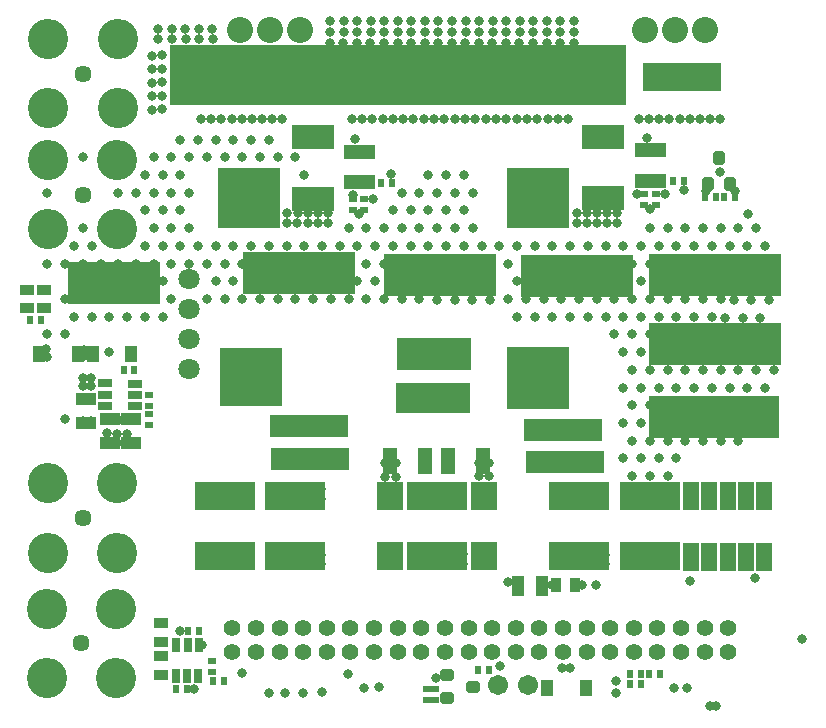
<source format=gbs>
G04*
G04 #@! TF.GenerationSoftware,Altium Limited,Altium Designer,22.5.1 (42)*
G04*
G04 Layer_Color=16711935*
%FSLAX25Y25*%
%MOIN*%
G70*
G04*
G04 #@! TF.SameCoordinates,4CCF3D7E-3C4F-46BB-889F-021E08990E68*
G04*
G04*
G04 #@! TF.FilePolarity,Negative*
G04*
G01*
G75*
%ADD21R,0.02375X0.03162*%
%ADD22R,0.03556X0.04737*%
%ADD23R,0.20485X0.09461*%
%ADD24R,0.08674X0.09461*%
%ADD25R,0.05524X0.09461*%
%ADD26C,0.06706*%
%ADD27C,0.08674*%
%ADD28C,0.05524*%
%ADD29C,0.05721*%
%ADD30C,0.13398*%
%ADD31C,0.07099*%
%ADD32C,0.03162*%
%ADD75R,0.25886X0.09744*%
%ADD76R,0.25886X0.07284*%
%ADD77R,0.24803X0.10532*%
%ADD78R,0.24803X0.10138*%
%ADD79R,0.30610X0.14370*%
%ADD80R,0.43799X0.14370*%
%ADD81R,0.43898X0.14370*%
%ADD82R,0.43996X0.14370*%
%ADD83R,0.37500X0.14370*%
%ADD84R,0.20768X0.20866*%
%ADD85R,0.20866X0.20079*%
%ADD86R,0.20571X0.20079*%
%ADD87R,0.20669X0.19784*%
%ADD88R,1.51870X0.19980*%
%ADD89R,0.03162X0.02375*%
%ADD90R,0.03162X0.05131*%
%ADD91R,0.04737X0.03556*%
%ADD92R,0.04383X0.05603*%
G04:AMPARAMS|DCode=93|XSize=39.5mil|YSize=43.43mil|CornerRadius=6.84mil|HoleSize=0mil|Usage=FLASHONLY|Rotation=270.000|XOffset=0mil|YOffset=0mil|HoleType=Round|Shape=RoundedRectangle|*
%AMROUNDEDRECTD93*
21,1,0.03950,0.02976,0,0,270.0*
21,1,0.02583,0.04343,0,0,270.0*
1,1,0.01367,-0.01488,-0.01291*
1,1,0.01367,-0.01488,0.01291*
1,1,0.01367,0.01488,0.01291*
1,1,0.01367,0.01488,-0.01291*
%
%ADD93ROUNDEDRECTD93*%
%ADD94R,0.03950X0.06706*%
%ADD95R,0.04737X0.08674*%
%ADD96R,0.14186X0.07887*%
G04:AMPARAMS|DCode=97|XSize=39.5mil|YSize=43.43mil|CornerRadius=6.84mil|HoleSize=0mil|Usage=FLASHONLY|Rotation=0.000|XOffset=0mil|YOffset=0mil|HoleType=Round|Shape=RoundedRectangle|*
%AMROUNDEDRECTD97*
21,1,0.03950,0.02976,0,0,0.0*
21,1,0.02583,0.04343,0,0,0.0*
1,1,0.01367,0.01291,-0.01488*
1,1,0.01367,-0.01291,-0.01488*
1,1,0.01367,-0.01291,0.01488*
1,1,0.01367,0.01291,0.01488*
%
%ADD97ROUNDEDRECTD97*%
%ADD98R,0.02572X0.04934*%
%ADD99R,0.06706X0.03950*%
%ADD100R,0.05131X0.03162*%
D21*
X158563Y283366D02*
D03*
X155020Y283366D02*
D03*
X170965Y286221D02*
D03*
X167421D02*
D03*
X162650Y302682D02*
D03*
X159107D02*
D03*
X316240Y288386D02*
D03*
X312697D02*
D03*
X310039Y285039D02*
D03*
X306496D02*
D03*
X255709Y289862D02*
D03*
X259252D02*
D03*
X331496Y447342D02*
D03*
X335039D02*
D03*
X341339D02*
D03*
X337795Y447342D02*
D03*
X223425Y452067D02*
D03*
X226969D02*
D03*
X306496Y288287D02*
D03*
X310039D02*
D03*
X324410Y452854D02*
D03*
X320866D02*
D03*
X141142Y389764D02*
D03*
X137598D02*
D03*
X106398Y406496D02*
D03*
X109941D02*
D03*
D22*
X287894Y317913D02*
D03*
X281594D02*
D03*
D23*
X242126Y347638D02*
D03*
X194882D02*
D03*
X171260D02*
D03*
X289370D02*
D03*
X312992D02*
D03*
X242126Y327559D02*
D03*
X194882D02*
D03*
X171260D02*
D03*
X289370D02*
D03*
X312991D02*
D03*
D24*
X226378Y347638D02*
D03*
X257874D02*
D03*
X226378Y327559D02*
D03*
X257874D02*
D03*
D25*
X351181Y327440D02*
D03*
X326772D02*
D03*
X332874D02*
D03*
X338976D02*
D03*
X345079D02*
D03*
X351181Y347638D02*
D03*
X338976D02*
D03*
X332874D02*
D03*
X326772D02*
D03*
X345079D02*
D03*
D26*
X272402Y284843D02*
D03*
X262402D02*
D03*
D27*
X176260Y502953D02*
D03*
X186260D02*
D03*
X196260D02*
D03*
X311240D02*
D03*
X321240D02*
D03*
X331240D02*
D03*
D28*
X339173Y303740D02*
D03*
Y295866D02*
D03*
X331299Y303740D02*
D03*
Y295866D02*
D03*
X323425Y303740D02*
D03*
Y295866D02*
D03*
X315551Y303740D02*
D03*
Y295866D02*
D03*
X307677Y303740D02*
D03*
X307677Y295866D02*
D03*
X299803Y303740D02*
D03*
Y295866D02*
D03*
X291929Y303740D02*
D03*
Y295866D02*
D03*
X284055Y303740D02*
D03*
X284055Y295866D02*
D03*
X276181Y303740D02*
D03*
Y295866D02*
D03*
X268307Y303740D02*
D03*
Y295866D02*
D03*
X260433Y303740D02*
D03*
Y295866D02*
D03*
X252559Y303740D02*
D03*
X252559Y295866D02*
D03*
X244685Y303740D02*
D03*
Y295866D02*
D03*
X236811Y303740D02*
D03*
X236811Y295866D02*
D03*
X228937Y303740D02*
D03*
Y295866D02*
D03*
X221063Y303740D02*
D03*
Y295866D02*
D03*
X213189Y303740D02*
D03*
X213189Y295866D02*
D03*
X205315Y303740D02*
D03*
Y295866D02*
D03*
X197441Y303740D02*
D03*
Y295866D02*
D03*
X189567Y303740D02*
D03*
X189567Y295866D02*
D03*
X181693Y303740D02*
D03*
Y295866D02*
D03*
X173819Y303740D02*
D03*
X173819Y295866D02*
D03*
D29*
X124075Y488524D02*
D03*
X123524Y298622D02*
D03*
X123917Y340354D02*
D03*
X123917Y448130D02*
D03*
D30*
X112520Y500079D02*
D03*
X135630D02*
D03*
Y476968D02*
D03*
X112520D02*
D03*
X111969Y287067D02*
D03*
X135079D02*
D03*
Y310177D02*
D03*
X111969D02*
D03*
X112362Y351909D02*
D03*
X135473D02*
D03*
Y328799D02*
D03*
X112362D02*
D03*
X112362Y459685D02*
D03*
X135473D02*
D03*
Y436575D02*
D03*
X112362D02*
D03*
D31*
X159449Y390079D02*
D03*
Y400079D02*
D03*
Y410079D02*
D03*
Y420079D02*
D03*
D32*
X332776Y325394D02*
D03*
X332874Y328937D02*
D03*
X345079Y349803D02*
D03*
X351181Y329035D02*
D03*
X345079Y328839D02*
D03*
X338976Y328740D02*
D03*
X338976Y325446D02*
D03*
X337992Y406988D02*
D03*
X343898D02*
D03*
X340945Y412894D02*
D03*
X349803Y406988D02*
D03*
X346850Y412894D02*
D03*
X352756D02*
D03*
X338878Y418898D02*
D03*
X344783D02*
D03*
X341831Y424803D02*
D03*
X350689Y418898D02*
D03*
X347736Y424803D02*
D03*
X353642D02*
D03*
X242028Y413189D02*
D03*
X247933D02*
D03*
X253839D02*
D03*
X259744D02*
D03*
X246063Y419390D02*
D03*
X243110Y425295D02*
D03*
X251969Y419390D02*
D03*
X249016Y425295D02*
D03*
X257874Y419390D02*
D03*
X254921Y425295D02*
D03*
X354331Y401575D02*
D03*
Y389764D02*
D03*
Y377953D02*
D03*
X348425Y437008D02*
D03*
X351378Y431102D02*
D03*
X348425Y401575D02*
D03*
X351378Y395669D02*
D03*
X348425Y389764D02*
D03*
X351378Y383858D02*
D03*
X348425Y377953D02*
D03*
X351378Y372047D02*
D03*
X342520Y437008D02*
D03*
X345472Y431102D02*
D03*
X342520Y401575D02*
D03*
X345472Y395669D02*
D03*
X342520Y389764D02*
D03*
X345472Y383858D02*
D03*
X342520Y377953D02*
D03*
X345472Y372047D02*
D03*
X342520Y366142D02*
D03*
X336614Y437008D02*
D03*
X339567Y431102D02*
D03*
X336614Y425197D02*
D03*
Y413386D02*
D03*
Y401575D02*
D03*
X339567Y395669D02*
D03*
X336614Y389764D02*
D03*
X339567Y383858D02*
D03*
X336614Y377953D02*
D03*
X339567Y372047D02*
D03*
X336614Y366142D02*
D03*
X330709Y437008D02*
D03*
X333661Y431102D02*
D03*
X330709Y425197D02*
D03*
X333661Y419291D02*
D03*
X330709Y413386D02*
D03*
X333661Y407480D02*
D03*
X330709Y401575D02*
D03*
X333661Y395669D02*
D03*
X330709Y389764D02*
D03*
X333661Y383858D02*
D03*
X330709Y377953D02*
D03*
X333661Y372047D02*
D03*
X330709Y366142D02*
D03*
X324803Y437008D02*
D03*
X327756Y431102D02*
D03*
X324803Y425197D02*
D03*
X327756Y419291D02*
D03*
X324803Y413386D02*
D03*
X327756Y407480D02*
D03*
X324803Y401575D02*
D03*
X327756Y395669D02*
D03*
X324803Y389764D02*
D03*
X327756Y383858D02*
D03*
X324803Y377953D02*
D03*
X327756Y372047D02*
D03*
X324803Y366142D02*
D03*
X318898Y437008D02*
D03*
X321850Y431102D02*
D03*
X318898Y425197D02*
D03*
X321850Y419291D02*
D03*
X318898Y413386D02*
D03*
X321850Y407480D02*
D03*
X318898Y401575D02*
D03*
X321850Y395669D02*
D03*
X318898Y389764D02*
D03*
X321850Y383858D02*
D03*
X318898Y377953D02*
D03*
X321850Y372047D02*
D03*
X318898Y366142D02*
D03*
X321850Y360236D02*
D03*
X318898Y354331D02*
D03*
X312992Y437008D02*
D03*
X315945Y431102D02*
D03*
X312992Y425197D02*
D03*
X315945Y419291D02*
D03*
X312992Y413386D02*
D03*
X315945Y407480D02*
D03*
X312992Y401575D02*
D03*
X315945Y395669D02*
D03*
X312992Y389764D02*
D03*
X315945Y383858D02*
D03*
X312992Y377953D02*
D03*
X315945Y372047D02*
D03*
X312992Y366142D02*
D03*
X315945Y360236D02*
D03*
X312992Y354331D02*
D03*
X310039Y431102D02*
D03*
X307086Y425197D02*
D03*
X310039Y419291D02*
D03*
X307086Y413386D02*
D03*
X310039Y407480D02*
D03*
X307086Y401575D02*
D03*
X310039Y395669D02*
D03*
X307086Y389764D02*
D03*
X310039Y383858D02*
D03*
X307086Y377953D02*
D03*
X310039Y372047D02*
D03*
X307086Y366142D02*
D03*
X310039Y360236D02*
D03*
X307086Y354331D02*
D03*
X304134Y431102D02*
D03*
X301181Y425197D02*
D03*
X304134Y419291D02*
D03*
X301181Y413386D02*
D03*
X304134Y407480D02*
D03*
X301181Y401575D02*
D03*
X304134Y395669D02*
D03*
Y383858D02*
D03*
Y372047D02*
D03*
Y360236D02*
D03*
X298228Y431102D02*
D03*
X295275Y425197D02*
D03*
X298228Y419291D02*
D03*
X295275Y413386D02*
D03*
X298228Y407480D02*
D03*
X292323Y431102D02*
D03*
X289370Y425197D02*
D03*
X292323Y419291D02*
D03*
X289370Y413386D02*
D03*
X292323Y407480D02*
D03*
X286417Y431102D02*
D03*
X283465Y425197D02*
D03*
X286417Y419291D02*
D03*
X283465Y413386D02*
D03*
X286417Y407480D02*
D03*
X280512Y431102D02*
D03*
X277559Y425197D02*
D03*
X280512Y419291D02*
D03*
X277559Y413386D02*
D03*
X280512Y407480D02*
D03*
X274606Y431102D02*
D03*
X271654Y425197D02*
D03*
X274606Y419291D02*
D03*
X271654Y413386D02*
D03*
X274606Y407480D02*
D03*
X268701Y431102D02*
D03*
X265748Y425197D02*
D03*
X268701Y419291D02*
D03*
X265748Y413386D02*
D03*
X268701Y407480D02*
D03*
X262795Y431102D02*
D03*
X253937Y448819D02*
D03*
Y437008D02*
D03*
X256890Y431102D02*
D03*
X250984Y454724D02*
D03*
X248031Y448819D02*
D03*
X250984Y442913D02*
D03*
X248031Y437008D02*
D03*
X250984Y431102D02*
D03*
X245079Y454724D02*
D03*
X242126Y448819D02*
D03*
X245079Y442913D02*
D03*
X242126Y437008D02*
D03*
X245079Y431102D02*
D03*
X239173Y454724D02*
D03*
X236220Y448819D02*
D03*
X239173Y442913D02*
D03*
X236220Y437008D02*
D03*
X239173Y431102D02*
D03*
X236220Y425197D02*
D03*
X239173Y419291D02*
D03*
X236220Y413386D02*
D03*
X230315Y448819D02*
D03*
X233268Y442913D02*
D03*
X230315Y437008D02*
D03*
X233268Y431102D02*
D03*
X230315Y425197D02*
D03*
X233268Y419291D02*
D03*
X230315Y413386D02*
D03*
X227362Y442913D02*
D03*
X224409Y437008D02*
D03*
X227362Y431102D02*
D03*
X224409Y425197D02*
D03*
X227362Y419291D02*
D03*
X224409Y413386D02*
D03*
X218504Y437008D02*
D03*
X221457Y431102D02*
D03*
X218504Y425197D02*
D03*
X221457Y419291D02*
D03*
X218504Y413386D02*
D03*
X212598Y437008D02*
D03*
X215551Y431102D02*
D03*
X212598Y425197D02*
D03*
X215551Y419291D02*
D03*
X212598Y413386D02*
D03*
X209646Y431102D02*
D03*
X206693Y425197D02*
D03*
X209646Y419291D02*
D03*
X206693Y413386D02*
D03*
X203740Y431102D02*
D03*
X200787Y425197D02*
D03*
X203740Y419291D02*
D03*
X200787Y413386D02*
D03*
X194882Y460630D02*
D03*
X197835Y454724D02*
D03*
Y431102D02*
D03*
X194882Y425197D02*
D03*
X197835Y419291D02*
D03*
X194882Y413386D02*
D03*
X188976Y460630D02*
D03*
X191929Y431102D02*
D03*
X188976Y425197D02*
D03*
X191929Y419291D02*
D03*
X188976Y413386D02*
D03*
X186024Y466535D02*
D03*
X183071Y460630D02*
D03*
X186024Y431102D02*
D03*
X183071Y425197D02*
D03*
X186024Y419291D02*
D03*
X183071Y413386D02*
D03*
X180118Y466535D02*
D03*
X177165Y460630D02*
D03*
X180118Y431102D02*
D03*
X177165Y425197D02*
D03*
X180118Y419291D02*
D03*
X177165Y413386D02*
D03*
X174213Y466535D02*
D03*
X171260Y460630D02*
D03*
X174213Y431102D02*
D03*
X171260Y425197D02*
D03*
X174213Y419291D02*
D03*
X171260Y413386D02*
D03*
X168307Y466535D02*
D03*
X165354Y460630D02*
D03*
X168307Y431102D02*
D03*
X165354Y425197D02*
D03*
X168307Y419291D02*
D03*
X165354Y413386D02*
D03*
X162401Y466535D02*
D03*
X159449Y460630D02*
D03*
Y448819D02*
D03*
Y437008D02*
D03*
X162401Y431102D02*
D03*
X159449Y425197D02*
D03*
X156496Y466535D02*
D03*
X153543Y460630D02*
D03*
X156496Y454724D02*
D03*
X153543Y448819D02*
D03*
X156496Y442913D02*
D03*
X153543Y437008D02*
D03*
X156496Y431102D02*
D03*
X153543Y425197D02*
D03*
Y413386D02*
D03*
X147638Y460630D02*
D03*
X150591Y454724D02*
D03*
X147638Y448819D02*
D03*
X150591Y442913D02*
D03*
X147638Y437008D02*
D03*
X150591Y431102D02*
D03*
X147638Y425197D02*
D03*
X150591Y419291D02*
D03*
X147638Y413386D02*
D03*
X150591Y407480D02*
D03*
X144685Y454724D02*
D03*
X141732Y448819D02*
D03*
X144685Y442913D02*
D03*
Y431102D02*
D03*
X141732Y425197D02*
D03*
X144685Y419291D02*
D03*
X141732Y413386D02*
D03*
X144685Y407480D02*
D03*
X135827Y448819D02*
D03*
Y425197D02*
D03*
X138779Y419291D02*
D03*
X135827Y413386D02*
D03*
X138779Y407480D02*
D03*
X129921Y425197D02*
D03*
X132874Y419291D02*
D03*
X129921Y413386D02*
D03*
X132874Y407480D02*
D03*
Y395669D02*
D03*
X124016Y460630D02*
D03*
Y437008D02*
D03*
X126969Y431102D02*
D03*
X124016Y425197D02*
D03*
X126969Y419291D02*
D03*
X124016Y413386D02*
D03*
X126969Y407480D02*
D03*
X121063Y431102D02*
D03*
X118110Y425197D02*
D03*
X121063Y419291D02*
D03*
X118110Y413386D02*
D03*
X121063Y407480D02*
D03*
X118110Y401575D02*
D03*
X112205Y448819D02*
D03*
Y425197D02*
D03*
Y401575D02*
D03*
X202440Y483957D02*
D03*
X202342Y487303D02*
D03*
X348031Y320276D02*
D03*
X326279Y319488D02*
D03*
X325295Y283563D02*
D03*
X363583Y300098D02*
D03*
X320965Y283661D02*
D03*
X301772Y281890D02*
D03*
X217717Y283760D02*
D03*
X203740Y282283D02*
D03*
X197244Y282087D02*
D03*
X191339D02*
D03*
X186122Y282185D02*
D03*
X259449Y358772D02*
D03*
Y354256D02*
D03*
X255906Y358772D02*
D03*
Y354256D02*
D03*
X228248Y358673D02*
D03*
Y354158D02*
D03*
X224705Y358673D02*
D03*
Y354158D02*
D03*
X274016Y491142D02*
D03*
X278531D02*
D03*
X283047D02*
D03*
X287563D02*
D03*
X287464Y494488D02*
D03*
X282949D02*
D03*
X278433D02*
D03*
X273917D02*
D03*
X274114Y487402D02*
D03*
X278630D02*
D03*
X283145D02*
D03*
X287661D02*
D03*
X287760Y484055D02*
D03*
X283244D02*
D03*
X278728D02*
D03*
X274213D02*
D03*
X157283Y483957D02*
D03*
X161799D02*
D03*
X166315D02*
D03*
X170831D02*
D03*
X175346D02*
D03*
X179862D02*
D03*
X184378D02*
D03*
X188893D02*
D03*
X193409D02*
D03*
X197925D02*
D03*
X206956D02*
D03*
X211472D02*
D03*
X220503D02*
D03*
X229534D02*
D03*
X215987D02*
D03*
X234050D02*
D03*
X225019D02*
D03*
X238566D02*
D03*
X243081D02*
D03*
X247597D02*
D03*
X252113D02*
D03*
X256628D02*
D03*
X261144D02*
D03*
X265660D02*
D03*
X270176D02*
D03*
X270077Y487303D02*
D03*
X265561D02*
D03*
X261046D02*
D03*
X256530D02*
D03*
X252014D02*
D03*
X247499D02*
D03*
X242983D02*
D03*
X238467D02*
D03*
X224920D02*
D03*
X233952D02*
D03*
X215889D02*
D03*
X229436D02*
D03*
X220405D02*
D03*
X211373D02*
D03*
X206857D02*
D03*
X197826D02*
D03*
X193310D02*
D03*
X188795D02*
D03*
X184279D02*
D03*
X179763D02*
D03*
X175248D02*
D03*
X170732D02*
D03*
X166216D02*
D03*
X161701D02*
D03*
X157185D02*
D03*
X150394Y476575D02*
D03*
Y481090D02*
D03*
Y485606D02*
D03*
Y490122D02*
D03*
Y494637D02*
D03*
X147047Y494539D02*
D03*
Y490023D02*
D03*
X147047Y485508D02*
D03*
X147047Y480992D02*
D03*
Y476476D02*
D03*
X149213Y500197D02*
D03*
X153728D02*
D03*
X158244D02*
D03*
X162760D02*
D03*
X167275D02*
D03*
X167177Y503543D02*
D03*
X162661D02*
D03*
X158145D02*
D03*
X153630D02*
D03*
X149114D02*
D03*
X206415Y505905D02*
D03*
X210930D02*
D03*
X215446D02*
D03*
X219962D02*
D03*
X224477D02*
D03*
X228993D02*
D03*
X233509D02*
D03*
X238024D02*
D03*
X242540D02*
D03*
X247056D02*
D03*
X251571D02*
D03*
X256087D02*
D03*
X260603D02*
D03*
X269634D02*
D03*
X278665D02*
D03*
X265119D02*
D03*
X283181D02*
D03*
X274150D02*
D03*
X287697D02*
D03*
X206415Y502362D02*
D03*
X210930D02*
D03*
X215446D02*
D03*
X219962D02*
D03*
X224477D02*
D03*
X228993D02*
D03*
X233509D02*
D03*
X238024D02*
D03*
X242540D02*
D03*
X247056D02*
D03*
X251571D02*
D03*
X256087D02*
D03*
X260603D02*
D03*
X269634D02*
D03*
X278665D02*
D03*
X265118D02*
D03*
X283181D02*
D03*
X274150D02*
D03*
X287697D02*
D03*
X206316Y498721D02*
D03*
X210832D02*
D03*
X215348D02*
D03*
X219863D02*
D03*
X224379D02*
D03*
X228895D02*
D03*
X233410D02*
D03*
X237926D02*
D03*
X242442D02*
D03*
X246957D02*
D03*
X251473D02*
D03*
X255989D02*
D03*
X260504D02*
D03*
X269536D02*
D03*
X278567D02*
D03*
X265020D02*
D03*
X283083D02*
D03*
X274051D02*
D03*
X287598D02*
D03*
X156988Y494390D02*
D03*
X161504D02*
D03*
X166019D02*
D03*
X170535D02*
D03*
X175051D02*
D03*
X179567D02*
D03*
X184082D02*
D03*
X188598D02*
D03*
X193114D02*
D03*
X197629D02*
D03*
X202145D02*
D03*
X206661D02*
D03*
X211176D02*
D03*
X220208D02*
D03*
X229239D02*
D03*
X215692D02*
D03*
X233755D02*
D03*
X224723D02*
D03*
X238270D02*
D03*
X242786D02*
D03*
X247302D02*
D03*
X251817D02*
D03*
X256333D02*
D03*
X260849D02*
D03*
X265365D02*
D03*
X269880D02*
D03*
X269979Y491043D02*
D03*
X265463D02*
D03*
X260947D02*
D03*
X256432D02*
D03*
X251916D02*
D03*
X247400D02*
D03*
X242884D02*
D03*
X238369D02*
D03*
X224822D02*
D03*
X233853D02*
D03*
X215791D02*
D03*
X229338D02*
D03*
X220306D02*
D03*
X211275D02*
D03*
X206759D02*
D03*
X202243D02*
D03*
X197728D02*
D03*
X193212D02*
D03*
X188696D02*
D03*
X184181D02*
D03*
X179665D02*
D03*
X175149D02*
D03*
X170634D02*
D03*
X166118D02*
D03*
X161602D02*
D03*
X157087D02*
D03*
X222835Y284055D02*
D03*
X332893Y277756D02*
D03*
X263090Y291142D02*
D03*
X161221Y283268D02*
D03*
X163831Y298056D02*
D03*
X176969Y288681D02*
D03*
X294980Y318110D02*
D03*
X290354D02*
D03*
X280512D02*
D03*
X265748Y318996D02*
D03*
X132185Y368602D02*
D03*
X241634Y287205D02*
D03*
X283858Y290453D02*
D03*
X212500Y288484D02*
D03*
X301673Y286221D02*
D03*
X351181Y325113D02*
D03*
X326772Y349757D02*
D03*
X326772Y346752D02*
D03*
X333169Y349954D02*
D03*
X333169Y346949D02*
D03*
X339075Y349954D02*
D03*
X339075Y346949D02*
D03*
X345177Y346752D02*
D03*
X351181Y349856D02*
D03*
X351181Y346850D02*
D03*
X326772Y328202D02*
D03*
X326772Y325197D02*
D03*
X345079Y325098D02*
D03*
X205709Y442126D02*
D03*
X298764Y442028D02*
D03*
X291961D02*
D03*
X295362D02*
D03*
X288559D02*
D03*
X302165D02*
D03*
X198961Y442126D02*
D03*
X192158D02*
D03*
X195559D02*
D03*
X202362D02*
D03*
X286417Y290453D02*
D03*
X118209Y373524D02*
D03*
X312992Y443504D02*
D03*
X215945Y441732D02*
D03*
X124508Y394291D02*
D03*
X345748Y441851D02*
D03*
X335138Y277756D02*
D03*
X274091Y392173D02*
D03*
X267251D02*
D03*
X280931Y382394D02*
D03*
X274091Y385653D02*
D03*
X277511Y379134D02*
D03*
X267251Y388913D02*
D03*
X270671Y395433D02*
D03*
X280931Y392173D02*
D03*
X270671D02*
D03*
X280931Y385653D02*
D03*
X277511Y388913D02*
D03*
X280931Y395433D02*
D03*
X267251D02*
D03*
X277511Y382394D02*
D03*
X270671Y385653D02*
D03*
X284350Y388913D02*
D03*
X277511Y385653D02*
D03*
Y392173D02*
D03*
X280931Y379134D02*
D03*
X270671D02*
D03*
X267251D02*
D03*
X284350Y395433D02*
D03*
X274091D02*
D03*
Y388913D02*
D03*
Y382394D02*
D03*
X284350D02*
D03*
Y379134D02*
D03*
Y385653D02*
D03*
X270671Y388913D02*
D03*
X280931D02*
D03*
X284350Y392173D02*
D03*
X270671Y382394D02*
D03*
X267251D02*
D03*
X274091Y379134D02*
D03*
X267251Y385653D02*
D03*
X277511Y395433D02*
D03*
X178323Y392272D02*
D03*
X171484D02*
D03*
X185163Y382492D02*
D03*
X178323Y385752D02*
D03*
X181743Y379232D02*
D03*
X171484Y389012D02*
D03*
X174903Y395531D02*
D03*
X185163Y392272D02*
D03*
X174903D02*
D03*
X185163Y385752D02*
D03*
X181743Y389012D02*
D03*
X185163Y395531D02*
D03*
X171484D02*
D03*
X181743Y382492D02*
D03*
X174903Y385752D02*
D03*
X188583Y389012D02*
D03*
X181743Y385752D02*
D03*
Y392272D02*
D03*
X185163Y379232D02*
D03*
X174903D02*
D03*
X171484D02*
D03*
X188583Y395531D02*
D03*
X178323D02*
D03*
Y389012D02*
D03*
Y382492D02*
D03*
X188583D02*
D03*
Y379232D02*
D03*
Y385752D02*
D03*
X174903Y389012D02*
D03*
X185163D02*
D03*
X188583Y392272D02*
D03*
X174903Y382492D02*
D03*
X171484D02*
D03*
X178323Y379232D02*
D03*
X171484Y385752D02*
D03*
X181743Y395531D02*
D03*
X318110Y448228D02*
D03*
X226870Y455020D02*
D03*
X324410Y449606D02*
D03*
X214075Y448221D02*
D03*
X336319Y455807D02*
D03*
X341240Y449409D02*
D03*
X311910Y467028D02*
D03*
X214764Y466634D02*
D03*
X220768Y446654D02*
D03*
X308760Y448228D02*
D03*
X331693Y449409D02*
D03*
X111909Y394193D02*
D03*
X124508Y396358D02*
D03*
X138976Y373130D02*
D03*
X135630D02*
D03*
X132283Y373228D02*
D03*
X126772Y372835D02*
D03*
X124114D02*
D03*
X132087Y365551D02*
D03*
X135335D02*
D03*
X138583D02*
D03*
X138681Y368504D02*
D03*
X135433D02*
D03*
X126575Y384449D02*
D03*
X126673Y387205D02*
D03*
X124016Y384449D02*
D03*
Y387106D02*
D03*
X111811Y396850D02*
D03*
X312742Y473524D02*
D03*
X326309D02*
D03*
X322917D02*
D03*
X309350D02*
D03*
X316134D02*
D03*
X336484D02*
D03*
X329700D02*
D03*
X333092D02*
D03*
X319526D02*
D03*
X278891D02*
D03*
X275454D02*
D03*
X282328D02*
D03*
X285766D02*
D03*
X247955D02*
D03*
X261705D02*
D03*
X258267D02*
D03*
X244518D02*
D03*
X251393D02*
D03*
X272016D02*
D03*
X265142D02*
D03*
X268579D02*
D03*
X254830D02*
D03*
X217020D02*
D03*
X230769D02*
D03*
X227332D02*
D03*
X213583D02*
D03*
X220457D02*
D03*
X241081D02*
D03*
X234206D02*
D03*
X237644D02*
D03*
X223895D02*
D03*
X173561D02*
D03*
X187128D02*
D03*
X183736D02*
D03*
X190519D02*
D03*
X170169D02*
D03*
X163386D02*
D03*
X176953D02*
D03*
X180344D02*
D03*
X166778D02*
D03*
X273992Y451819D02*
D03*
X267153D02*
D03*
X280832Y442039D02*
D03*
X273992Y445299D02*
D03*
X277412Y438779D02*
D03*
X267153Y448559D02*
D03*
X270573Y455079D02*
D03*
X280832Y451819D02*
D03*
X270573D02*
D03*
X280832Y445299D02*
D03*
X277412Y448559D02*
D03*
X280832Y455079D02*
D03*
X267153D02*
D03*
X277412Y442039D02*
D03*
X270573Y445299D02*
D03*
X284252Y448559D02*
D03*
X277412Y445299D02*
D03*
Y451819D02*
D03*
X280832Y438779D02*
D03*
X270573D02*
D03*
X267153D02*
D03*
X284252Y455079D02*
D03*
X273992D02*
D03*
Y448559D02*
D03*
Y442039D02*
D03*
X284252D02*
D03*
Y438779D02*
D03*
Y445299D02*
D03*
X270573Y448559D02*
D03*
X280832D02*
D03*
X284252Y451819D02*
D03*
X270573Y442039D02*
D03*
X267153D02*
D03*
X273992Y438779D02*
D03*
X267153Y445299D02*
D03*
X277412Y455079D02*
D03*
X298764Y438791D02*
D03*
X288559D02*
D03*
X291961D02*
D03*
X295362D02*
D03*
X302165D02*
D03*
X205709Y438693D02*
D03*
X198906D02*
D03*
X195504D02*
D03*
X192103D02*
D03*
X202307D02*
D03*
X180956Y454980D02*
D03*
X170696Y445201D02*
D03*
X177536Y438681D02*
D03*
X170696Y441941D02*
D03*
X174116D02*
D03*
X187795Y451720D02*
D03*
X184376Y448461D02*
D03*
X174116D02*
D03*
X187795Y445201D02*
D03*
Y438681D02*
D03*
Y441941D02*
D03*
X177536D02*
D03*
Y448461D02*
D03*
Y454980D02*
D03*
X187795D02*
D03*
X170696Y438681D02*
D03*
X174116D02*
D03*
X184376D02*
D03*
X180956Y451720D02*
D03*
Y445201D02*
D03*
X187795Y448461D02*
D03*
X174116Y445201D02*
D03*
X180956Y441941D02*
D03*
X170696Y454980D02*
D03*
X184376D02*
D03*
X180956Y448461D02*
D03*
X184376Y445201D02*
D03*
X174116Y451720D02*
D03*
X184376D02*
D03*
X174116Y454980D02*
D03*
X170696Y448461D02*
D03*
X180956Y438681D02*
D03*
X177536Y445201D02*
D03*
X184376Y441941D02*
D03*
X170696Y451720D02*
D03*
X177536D02*
D03*
X156496Y302658D02*
D03*
X304724Y325295D02*
D03*
X307529D02*
D03*
X318750Y328346D02*
D03*
Y325295D02*
D03*
X313140D02*
D03*
X315945Y328346D02*
D03*
X304724D02*
D03*
X321555D02*
D03*
Y325295D02*
D03*
X315945D02*
D03*
X307529Y328346D02*
D03*
X313140D02*
D03*
X310335D02*
D03*
Y325295D02*
D03*
X304626Y346850D02*
D03*
X307431D02*
D03*
X318652Y349902D02*
D03*
Y346850D02*
D03*
X313041D02*
D03*
X315846Y349902D02*
D03*
X304626D02*
D03*
X321457D02*
D03*
Y346850D02*
D03*
X315846D02*
D03*
X307431Y349902D02*
D03*
X313041D02*
D03*
X310236D02*
D03*
Y346850D02*
D03*
X281004Y346752D02*
D03*
X283809D02*
D03*
X295029Y349803D02*
D03*
Y346752D02*
D03*
X289419D02*
D03*
X292224Y349803D02*
D03*
X281004D02*
D03*
X297835D02*
D03*
Y346752D02*
D03*
X292224D02*
D03*
X283809Y349803D02*
D03*
X289419D02*
D03*
X286614D02*
D03*
Y346752D02*
D03*
X281102Y325098D02*
D03*
X283908D02*
D03*
X295128Y328150D02*
D03*
Y325098D02*
D03*
X289518D02*
D03*
X292323Y328150D02*
D03*
X281102D02*
D03*
X297933D02*
D03*
Y325098D02*
D03*
X292323D02*
D03*
X283908Y328150D02*
D03*
X289518D02*
D03*
X286713D02*
D03*
Y325098D02*
D03*
X186516D02*
D03*
X189321D02*
D03*
X200541Y328150D02*
D03*
Y325098D02*
D03*
X194931D02*
D03*
X197736Y328150D02*
D03*
X186516D02*
D03*
X203346D02*
D03*
Y325098D02*
D03*
X197736D02*
D03*
X189321Y328150D02*
D03*
X194931D02*
D03*
X192126D02*
D03*
Y325098D02*
D03*
X162894Y325295D02*
D03*
X165699D02*
D03*
X176919Y328346D02*
D03*
Y325295D02*
D03*
X171309D02*
D03*
X174114Y328346D02*
D03*
X162894D02*
D03*
X179724D02*
D03*
Y325295D02*
D03*
X174114D02*
D03*
X165699Y328346D02*
D03*
X171309D02*
D03*
X168504D02*
D03*
Y325295D02*
D03*
X162894Y346850D02*
D03*
X165699D02*
D03*
X176919Y349902D02*
D03*
Y346850D02*
D03*
X171309D02*
D03*
X174114Y349902D02*
D03*
X162894D02*
D03*
X179724D02*
D03*
Y346850D02*
D03*
X174114D02*
D03*
X165699Y349902D02*
D03*
X171309D02*
D03*
X168504D02*
D03*
Y346850D02*
D03*
X186417D02*
D03*
X189223D02*
D03*
X200443Y349902D02*
D03*
Y346850D02*
D03*
X194833D02*
D03*
X197638Y349902D02*
D03*
X186417D02*
D03*
X203248D02*
D03*
Y346850D02*
D03*
X197638D02*
D03*
X189223Y349902D02*
D03*
X194833D02*
D03*
X192028D02*
D03*
Y346850D02*
D03*
X223721D02*
D03*
X226427D02*
D03*
X223721Y349902D02*
D03*
X226427D02*
D03*
X229134D02*
D03*
Y346850D02*
D03*
X255118Y346752D02*
D03*
X257825D02*
D03*
X255118Y349803D02*
D03*
X257825D02*
D03*
X260531D02*
D03*
Y346752D02*
D03*
Y325197D02*
D03*
Y328248D02*
D03*
X257825D02*
D03*
X255118D02*
D03*
X257825Y325197D02*
D03*
X255118D02*
D03*
X223622Y325394D02*
D03*
X226329D02*
D03*
Y328445D02*
D03*
X229035D02*
D03*
Y325394D02*
D03*
X223622Y328445D02*
D03*
X239272Y346752D02*
D03*
Y349803D02*
D03*
X242077D02*
D03*
X236467D02*
D03*
X244882Y346752D02*
D03*
X250492D02*
D03*
Y349803D02*
D03*
X233661D02*
D03*
X244882D02*
D03*
X242077Y346752D02*
D03*
X247687D02*
D03*
Y349803D02*
D03*
X236467Y346752D02*
D03*
X233661D02*
D03*
X233760Y325197D02*
D03*
X236565D02*
D03*
X247785Y328248D02*
D03*
Y325197D02*
D03*
X242175D02*
D03*
X244980Y328248D02*
D03*
X233760D02*
D03*
X250590D02*
D03*
Y325197D02*
D03*
X244980D02*
D03*
X236565Y328248D02*
D03*
X242175D02*
D03*
X239370D02*
D03*
Y325197D02*
D03*
D75*
X323770Y487451D02*
D03*
D76*
X284104Y369882D02*
D03*
X284596Y359055D02*
D03*
X199754Y360138D02*
D03*
X199262Y370965D02*
D03*
D77*
X241043Y394931D02*
D03*
D78*
X240846Y380266D02*
D03*
D79*
X134301Y418602D02*
D03*
D80*
X334498Y374016D02*
D03*
D81*
X334646Y398228D02*
D03*
D82*
X334793Y421457D02*
D03*
D83*
X288632Y421063D02*
D03*
X243160Y421260D02*
D03*
X195915Y421949D02*
D03*
D84*
X275837Y387008D02*
D03*
D85*
X275787Y446949D02*
D03*
D86*
X179281D02*
D03*
D87*
X179921Y387451D02*
D03*
D88*
X228986Y488041D02*
D03*
D89*
X167028Y292717D02*
D03*
X167028Y289173D02*
D03*
X241535Y283366D02*
D03*
Y279823D02*
D03*
X238583Y279823D02*
D03*
Y283366D02*
D03*
X214075Y446654D02*
D03*
Y443110D02*
D03*
X217618Y446654D02*
D03*
Y443110D02*
D03*
X314961Y444685D02*
D03*
Y448228D02*
D03*
X311221Y444685D02*
D03*
Y448228D02*
D03*
X145965Y371555D02*
D03*
Y375098D02*
D03*
X145965Y377756D02*
D03*
Y381299D02*
D03*
D90*
X162551Y287820D02*
D03*
X158811Y287820D02*
D03*
X155071Y287820D02*
D03*
X155170Y298056D02*
D03*
X158910D02*
D03*
X162650D02*
D03*
D91*
X150098Y305512D02*
D03*
X150098Y299213D02*
D03*
X150098Y294488D02*
D03*
Y288189D02*
D03*
X110925Y410236D02*
D03*
Y416535D02*
D03*
X105315Y410236D02*
D03*
X105315Y416535D02*
D03*
D92*
X291752Y283583D02*
D03*
X278839Y283583D02*
D03*
X122441Y395158D02*
D03*
X109528D02*
D03*
X127244Y395177D02*
D03*
X140157D02*
D03*
D93*
X245374Y280413D02*
D03*
Y287894D02*
D03*
X254035Y284154D02*
D03*
D94*
X276969Y317815D02*
D03*
X269094D02*
D03*
D95*
X245669Y359350D02*
D03*
X257480D02*
D03*
X238090Y359252D02*
D03*
X226279D02*
D03*
D96*
X297244Y467520D02*
D03*
Y447047D02*
D03*
X200886Y467323D02*
D03*
Y446850D02*
D03*
D97*
X336121Y460334D02*
D03*
X332381Y451672D02*
D03*
X339861D02*
D03*
D98*
X212303Y462500D02*
D03*
X214862D02*
D03*
X217421D02*
D03*
X219980D02*
D03*
Y452264D02*
D03*
X217421D02*
D03*
X214862D02*
D03*
X212303D02*
D03*
X309449Y452854D02*
D03*
X312008D02*
D03*
X314567D02*
D03*
X317126D02*
D03*
Y463091D02*
D03*
X314567D02*
D03*
X312008D02*
D03*
X309449D02*
D03*
D99*
X124902Y380020D02*
D03*
Y372146D02*
D03*
X139961Y373228D02*
D03*
Y365354D02*
D03*
X132972D02*
D03*
Y373228D02*
D03*
D100*
X131299Y385236D02*
D03*
Y381496D02*
D03*
Y377756D02*
D03*
X141535Y377658D02*
D03*
Y381398D02*
D03*
Y385138D02*
D03*
M02*

</source>
